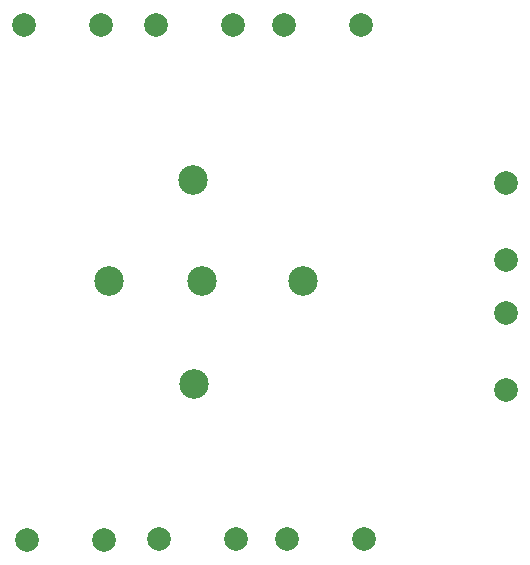
<source format=gbr>
%TF.GenerationSoftware,KiCad,Pcbnew,7.0.9*%
%TF.CreationDate,2023-12-26T14:09:43-08:00*%
%TF.ProjectId,Relay_PCB_final,52656c61-795f-4504-9342-5f66696e616c,rev?*%
%TF.SameCoordinates,Original*%
%TF.FileFunction,Soldermask,Bot*%
%TF.FilePolarity,Negative*%
%FSLAX46Y46*%
G04 Gerber Fmt 4.6, Leading zero omitted, Abs format (unit mm)*
G04 Created by KiCad (PCBNEW 7.0.9) date 2023-12-26 14:09:43*
%MOMM*%
%LPD*%
G01*
G04 APERTURE LIST*
%ADD10C,2.000000*%
%ADD11C,2.500000*%
G04 APERTURE END LIST*
D10*
%TO.C,*%
X127107000Y-61776000D03*
X127357000Y-105326000D03*
X133607000Y-61776000D03*
X133857000Y-105326000D03*
X138232000Y-61726000D03*
X138482000Y-105276000D03*
X144732000Y-61726000D03*
X144982000Y-105276000D03*
X149082000Y-61726000D03*
X149332000Y-105276000D03*
X155582000Y-61726000D03*
X155832000Y-105276000D03*
X167882000Y-75110000D03*
X167882000Y-81610000D03*
X167882000Y-86110000D03*
X167882000Y-92610000D03*
D11*
X134307000Y-83426000D03*
X141357000Y-74851000D03*
X141457000Y-92176000D03*
X142157000Y-83451000D03*
X150707000Y-83426000D03*
%TD*%
M02*

</source>
